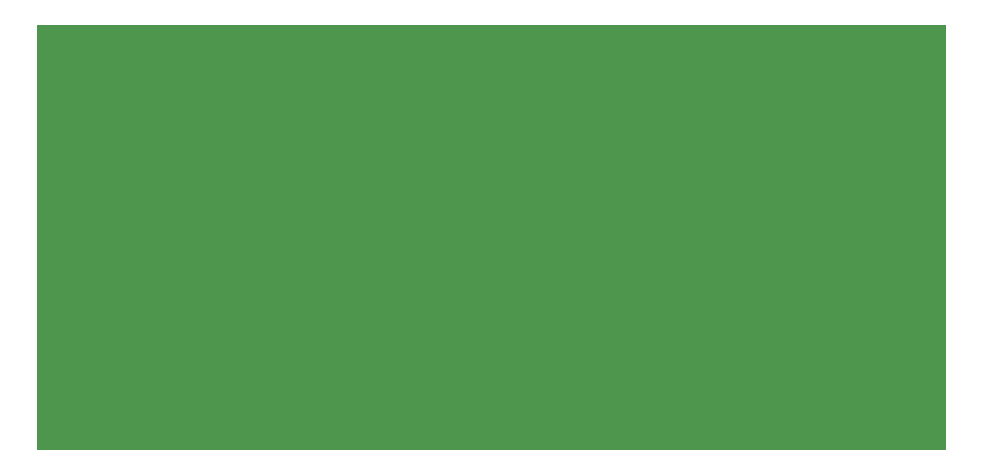
<source format=gbs>
G04 DipTrace 4.3.0.4*
G04 GPSDO front v1.01.GBS*
%MOIN*%
G04 #@! TF.FileFunction,Soldermask,Bot*
G04 #@! TF.Part,Single*
%ADD20C,0.090551*%
%ADD23C,0.515748*%
%ADD25C,0.181102*%
%FSLAX26Y26*%
G04*
G70*
G90*
G75*
G01*
G04 BotMask*
%LPD*%
D25*
X3228661Y1614488D3*
X551496D3*
Y551496D3*
X3228661D3*
D23*
X940079Y1043622D3*
X2840079D3*
D20*
X2323150Y1645984D3*
X1457008D3*
Y779843D3*
X2323150D3*
G36*
X374331Y1791654D2*
X3405827D1*
Y374331D1*
X374331D1*
Y1791654D1*
G37*
M02*

</source>
